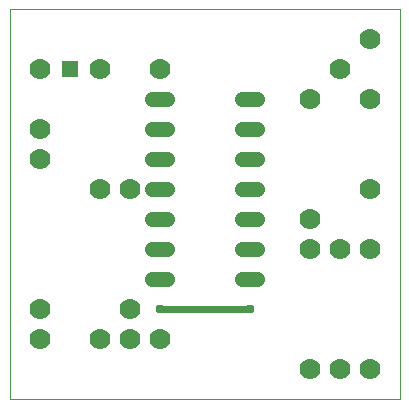
<source format=gtl>
G75*
%MOIN*%
%OFA0B0*%
%FSLAX25Y25*%
%IPPOS*%
%LPD*%
%AMOC8*
5,1,8,0,0,1.08239X$1,22.5*
%
%ADD10C,0.00000*%
%ADD11C,0.07000*%
%ADD12R,0.05543X0.05543*%
%ADD13C,0.05150*%
%ADD14C,0.02400*%
%ADD15C,0.03100*%
D10*
X0004476Y0020337D02*
X0004476Y0150337D01*
X0134476Y0150337D01*
X0134476Y0020337D01*
X0004476Y0020337D01*
D11*
X0014476Y0040337D03*
X0014476Y0050337D03*
X0034476Y0040337D03*
X0044476Y0040337D03*
X0044476Y0050337D03*
X0054476Y0040337D03*
X0044476Y0090337D03*
X0034476Y0090337D03*
X0014476Y0100337D03*
X0014476Y0110337D03*
X0014476Y0130337D03*
X0034476Y0130337D03*
X0054476Y0130337D03*
X0104476Y0120337D03*
X0114476Y0130337D03*
X0124476Y0120337D03*
X0124476Y0140337D03*
X0124476Y0090337D03*
X0124476Y0070337D03*
X0114476Y0070337D03*
X0104476Y0070337D03*
X0104476Y0080337D03*
X0104476Y0030337D03*
X0114476Y0030337D03*
X0124476Y0030337D03*
D12*
X0024476Y0130337D03*
D13*
X0051901Y0120337D02*
X0057051Y0120337D01*
X0057051Y0110337D02*
X0051901Y0110337D01*
X0051901Y0100337D02*
X0057051Y0100337D01*
X0057051Y0090337D02*
X0051901Y0090337D01*
X0051901Y0080337D02*
X0057051Y0080337D01*
X0057051Y0070337D02*
X0051901Y0070337D01*
X0051901Y0060337D02*
X0057051Y0060337D01*
X0081901Y0060337D02*
X0087051Y0060337D01*
X0087051Y0070337D02*
X0081901Y0070337D01*
X0081901Y0080337D02*
X0087051Y0080337D01*
X0087051Y0090337D02*
X0081901Y0090337D01*
X0081901Y0100337D02*
X0087051Y0100337D01*
X0087051Y0110337D02*
X0081901Y0110337D01*
X0081901Y0120337D02*
X0087051Y0120337D01*
D14*
X0084476Y0050337D02*
X0054476Y0050337D01*
D15*
X0054476Y0050337D03*
X0084476Y0050337D03*
X0104476Y0030337D03*
M02*

</source>
